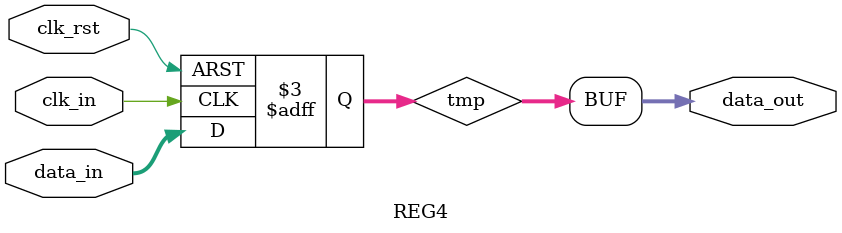
<source format=v>
`timescale 1ns / 1ps

module REG4(
    input clk_rst,
    input clk_in,
    input [3:0]data_in,
    output [3:0]data_out
);
reg [3:0]tmp;

always@(negedge clk_rst or posedge clk_in)
begin
    if(!clk_rst)
        tmp<=4'b0;
    else
        tmp<=data_in;
end

assign data_out=tmp;

endmodule


</source>
